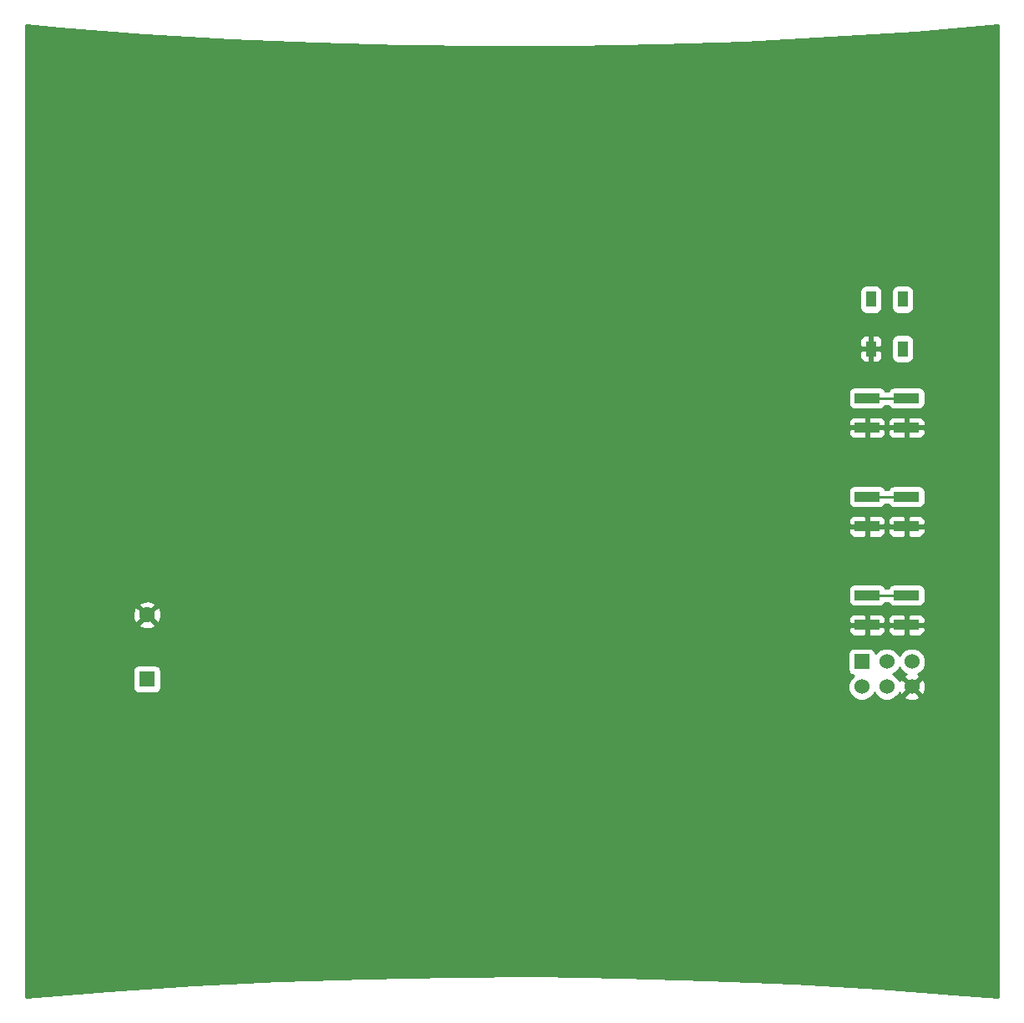
<source format=gtl>
G04 #@! TF.GenerationSoftware,KiCad,Pcbnew,5.0.0*
G04 #@! TF.CreationDate,2018-09-20T15:59:47+02:00*
G04 #@! TF.ProjectId,adri,616472692E6B696361645F7063620000,rev?*
G04 #@! TF.SameCoordinates,Original*
G04 #@! TF.FileFunction,Copper,L1,Top,Signal*
G04 #@! TF.FilePolarity,Positive*
%FSLAX46Y46*%
G04 Gerber Fmt 4.6, Leading zero omitted, Abs format (unit mm)*
G04 Created by KiCad (PCBNEW 5.0.0) date Thu Sep 20 15:59:47 2018*
%MOMM*%
%LPD*%
G01*
G04 APERTURE LIST*
G04 #@! TA.AperFunction,ComponentPad*
%ADD10C,1.600000*%
G04 #@! TD*
G04 #@! TA.AperFunction,ComponentPad*
%ADD11R,1.600000X1.600000*%
G04 #@! TD*
G04 #@! TA.AperFunction,SMDPad,CuDef*
%ADD12R,1.000000X1.600000*%
G04 #@! TD*
G04 #@! TA.AperFunction,ComponentPad*
%ADD13R,1.524000X1.524000*%
G04 #@! TD*
G04 #@! TA.AperFunction,ComponentPad*
%ADD14C,1.524000*%
G04 #@! TD*
G04 #@! TA.AperFunction,SMDPad,CuDef*
%ADD15R,2.500000X1.000000*%
G04 #@! TD*
G04 #@! TA.AperFunction,ViaPad*
%ADD16C,4.000000*%
G04 #@! TD*
G04 #@! TA.AperFunction,ViaPad*
%ADD17C,0.800000*%
G04 #@! TD*
G04 #@! TA.AperFunction,Conductor*
%ADD18C,0.250000*%
G04 #@! TD*
G04 #@! TA.AperFunction,Conductor*
%ADD19C,0.254000*%
G04 #@! TD*
G04 APERTURE END LIST*
D10*
G04 #@! TO.P,BZ1,2*
G04 #@! TO.N,GND*
X103000000Y-110500000D03*
D11*
G04 #@! TO.P,BZ1,1*
G04 #@! TO.N,Net-(BZ1-Pad1)*
X103000000Y-117000000D03*
G04 #@! TD*
D12*
G04 #@! TO.P,D1,1*
G04 #@! TO.N,+BATT*
X179600000Y-78500000D03*
G04 #@! TO.P,D1,2*
G04 #@! TO.N,Net-(D1-Pad2)*
X176400000Y-78500000D03*
G04 #@! TO.P,D1,4*
G04 #@! TO.N,Net-(D1-Pad4)*
X179600000Y-83500000D03*
G04 #@! TO.P,D1,3*
G04 #@! TO.N,GND*
X176400000Y-83500000D03*
G04 #@! TD*
D13*
G04 #@! TO.P,J1,1*
G04 #@! TO.N,Net-(J1-Pad1)*
X175460000Y-115230000D03*
D14*
G04 #@! TO.P,J1,2*
G04 #@! TO.N,+BATT*
X175460000Y-117770000D03*
G04 #@! TO.P,J1,3*
G04 #@! TO.N,Net-(D1-Pad4)*
X178000000Y-115230000D03*
G04 #@! TO.P,J1,4*
G04 #@! TO.N,Net-(J1-Pad4)*
X178000000Y-117770000D03*
G04 #@! TO.P,J1,5*
G04 #@! TO.N,Net-(J1-Pad5)*
X180540000Y-115230000D03*
G04 #@! TO.P,J1,6*
G04 #@! TO.N,GND*
X180540000Y-117770000D03*
G04 #@! TD*
D15*
G04 #@! TO.P,SW1,1*
G04 #@! TO.N,GND*
X180000000Y-91500000D03*
X176000000Y-91500000D03*
G04 #@! TO.P,SW1,2*
G04 #@! TO.N,Net-(J1-Pad5)*
X180000000Y-88500000D03*
X176000000Y-88500000D03*
G04 #@! TD*
G04 #@! TO.P,SW2,2*
G04 #@! TO.N,Net-(J2-Pad3)*
X176000000Y-108500000D03*
X180000000Y-108500000D03*
G04 #@! TO.P,SW2,1*
G04 #@! TO.N,GND*
X176000000Y-111500000D03*
X180000000Y-111500000D03*
G04 #@! TD*
G04 #@! TO.P,SW3,1*
G04 #@! TO.N,GND*
X180000000Y-101500000D03*
X176000000Y-101500000D03*
G04 #@! TO.P,SW3,2*
G04 #@! TO.N,Net-(J2-Pad2)*
X180000000Y-98500000D03*
X176000000Y-98500000D03*
G04 #@! TD*
D16*
G04 #@! TO.N,GND*
X185000000Y-145000000D03*
D17*
G04 #@! TO.N,+BATT*
X179600000Y-78500000D03*
G04 #@! TO.N,GND*
X176000000Y-111500000D03*
D16*
X95000000Y-145000000D03*
X95000000Y-55000000D03*
X185000000Y-55000000D03*
D17*
G04 #@! TO.N,Net-(D1-Pad4)*
X179600000Y-83500000D03*
G04 #@! TO.N,Net-(J1-Pad5)*
X180000000Y-88500000D03*
X176000000Y-88500000D03*
G04 #@! TO.N,Net-(J2-Pad2)*
X176000000Y-98500000D03*
G04 #@! TO.N,Net-(J2-Pad3)*
X176000000Y-108500000D03*
G04 #@! TD*
D18*
G04 #@! TO.N,Net-(J1-Pad5)*
X176000000Y-88500000D02*
X180000000Y-88500000D01*
G04 #@! TO.N,Net-(J2-Pad2)*
X176000000Y-98500000D02*
X180000000Y-98500000D01*
G04 #@! TO.N,Net-(J2-Pad3)*
X176000000Y-108500000D02*
X180000000Y-108500000D01*
G04 #@! TD*
D19*
G04 #@! TO.N,GND*
G36*
X189290000Y-149269154D02*
X185859357Y-148972028D01*
X185855358Y-148971713D01*
X185851418Y-148971385D01*
X177201708Y-148319912D01*
X177190581Y-148319162D01*
X168531704Y-147803632D01*
X168520567Y-147803057D01*
X159854668Y-147423599D01*
X159854662Y-147423599D01*
X159843516Y-147423198D01*
X151172719Y-147179905D01*
X151167144Y-147179793D01*
X151161569Y-147179680D01*
X142488020Y-147072612D01*
X142476867Y-147072562D01*
X133802707Y-147101745D01*
X133791556Y-147101870D01*
X125118923Y-147267298D01*
X125107775Y-147267598D01*
X116438811Y-147569229D01*
X116428125Y-147569686D01*
X116427668Y-147569705D01*
X107764518Y-148007464D01*
X107764512Y-148007464D01*
X107753379Y-148008114D01*
X99098167Y-148581895D01*
X99087045Y-148582720D01*
X90710000Y-149270373D01*
X90710000Y-116200000D01*
X101552560Y-116200000D01*
X101552560Y-117800000D01*
X101601843Y-118047765D01*
X101742191Y-118257809D01*
X101952235Y-118398157D01*
X102200000Y-118447440D01*
X103800000Y-118447440D01*
X104047765Y-118398157D01*
X104257809Y-118257809D01*
X104398157Y-118047765D01*
X104447440Y-117800000D01*
X104447440Y-116200000D01*
X104398157Y-115952235D01*
X104257809Y-115742191D01*
X104047765Y-115601843D01*
X103800000Y-115552560D01*
X102200000Y-115552560D01*
X101952235Y-115601843D01*
X101742191Y-115742191D01*
X101601843Y-115952235D01*
X101552560Y-116200000D01*
X90710000Y-116200000D01*
X90710000Y-114468000D01*
X174050560Y-114468000D01*
X174050560Y-115992000D01*
X174099843Y-116239765D01*
X174240191Y-116449809D01*
X174450235Y-116590157D01*
X174628690Y-116625653D01*
X174275680Y-116978663D01*
X174063000Y-117492119D01*
X174063000Y-118047881D01*
X174275680Y-118561337D01*
X174668663Y-118954320D01*
X175182119Y-119167000D01*
X175737881Y-119167000D01*
X176251337Y-118954320D01*
X176644320Y-118561337D01*
X176730000Y-118354487D01*
X176815680Y-118561337D01*
X177208663Y-118954320D01*
X177722119Y-119167000D01*
X178277881Y-119167000D01*
X178791337Y-118954320D01*
X178995444Y-118750213D01*
X179739392Y-118750213D01*
X179808857Y-118992397D01*
X180332302Y-119179144D01*
X180887368Y-119151362D01*
X181271143Y-118992397D01*
X181340608Y-118750213D01*
X180540000Y-117949605D01*
X179739392Y-118750213D01*
X178995444Y-118750213D01*
X179184320Y-118561337D01*
X179263428Y-118370353D01*
X179317603Y-118501143D01*
X179559787Y-118570608D01*
X180360395Y-117770000D01*
X180719605Y-117770000D01*
X181520213Y-118570608D01*
X181762397Y-118501143D01*
X181949144Y-117977698D01*
X181921362Y-117422632D01*
X181762397Y-117038857D01*
X181520213Y-116969392D01*
X180719605Y-117770000D01*
X180360395Y-117770000D01*
X179559787Y-116969392D01*
X179317603Y-117038857D01*
X179267465Y-117179393D01*
X179184320Y-116978663D01*
X178791337Y-116585680D01*
X178584487Y-116500000D01*
X178791337Y-116414320D01*
X179184320Y-116021337D01*
X179270000Y-115814487D01*
X179355680Y-116021337D01*
X179748663Y-116414320D01*
X179939647Y-116493428D01*
X179808857Y-116547603D01*
X179739392Y-116789787D01*
X180540000Y-117590395D01*
X181340608Y-116789787D01*
X181271143Y-116547603D01*
X181130607Y-116497465D01*
X181331337Y-116414320D01*
X181724320Y-116021337D01*
X181937000Y-115507881D01*
X181937000Y-114952119D01*
X181724320Y-114438663D01*
X181331337Y-114045680D01*
X180817881Y-113833000D01*
X180262119Y-113833000D01*
X179748663Y-114045680D01*
X179355680Y-114438663D01*
X179270000Y-114645513D01*
X179184320Y-114438663D01*
X178791337Y-114045680D01*
X178277881Y-113833000D01*
X177722119Y-113833000D01*
X177208663Y-114045680D01*
X176855653Y-114398690D01*
X176820157Y-114220235D01*
X176679809Y-114010191D01*
X176469765Y-113869843D01*
X176222000Y-113820560D01*
X174698000Y-113820560D01*
X174450235Y-113869843D01*
X174240191Y-114010191D01*
X174099843Y-114220235D01*
X174050560Y-114468000D01*
X90710000Y-114468000D01*
X90710000Y-111507745D01*
X102171861Y-111507745D01*
X102245995Y-111753864D01*
X102783223Y-111946965D01*
X103353454Y-111919778D01*
X103677025Y-111785750D01*
X174115000Y-111785750D01*
X174115000Y-112126310D01*
X174211673Y-112359699D01*
X174390302Y-112538327D01*
X174623691Y-112635000D01*
X175714250Y-112635000D01*
X175873000Y-112476250D01*
X175873000Y-111627000D01*
X176127000Y-111627000D01*
X176127000Y-112476250D01*
X176285750Y-112635000D01*
X177376309Y-112635000D01*
X177609698Y-112538327D01*
X177788327Y-112359699D01*
X177885000Y-112126310D01*
X177885000Y-111785750D01*
X178115000Y-111785750D01*
X178115000Y-112126310D01*
X178211673Y-112359699D01*
X178390302Y-112538327D01*
X178623691Y-112635000D01*
X179714250Y-112635000D01*
X179873000Y-112476250D01*
X179873000Y-111627000D01*
X180127000Y-111627000D01*
X180127000Y-112476250D01*
X180285750Y-112635000D01*
X181376309Y-112635000D01*
X181609698Y-112538327D01*
X181788327Y-112359699D01*
X181885000Y-112126310D01*
X181885000Y-111785750D01*
X181726250Y-111627000D01*
X180127000Y-111627000D01*
X179873000Y-111627000D01*
X178273750Y-111627000D01*
X178115000Y-111785750D01*
X177885000Y-111785750D01*
X177726250Y-111627000D01*
X176127000Y-111627000D01*
X175873000Y-111627000D01*
X174273750Y-111627000D01*
X174115000Y-111785750D01*
X103677025Y-111785750D01*
X103754005Y-111753864D01*
X103828139Y-111507745D01*
X103000000Y-110679605D01*
X102171861Y-111507745D01*
X90710000Y-111507745D01*
X90710000Y-110283223D01*
X101553035Y-110283223D01*
X101580222Y-110853454D01*
X101746136Y-111254005D01*
X101992255Y-111328139D01*
X102820395Y-110500000D01*
X103179605Y-110500000D01*
X104007745Y-111328139D01*
X104253864Y-111254005D01*
X104390564Y-110873690D01*
X174115000Y-110873690D01*
X174115000Y-111214250D01*
X174273750Y-111373000D01*
X175873000Y-111373000D01*
X175873000Y-110523750D01*
X176127000Y-110523750D01*
X176127000Y-111373000D01*
X177726250Y-111373000D01*
X177885000Y-111214250D01*
X177885000Y-110873690D01*
X178115000Y-110873690D01*
X178115000Y-111214250D01*
X178273750Y-111373000D01*
X179873000Y-111373000D01*
X179873000Y-110523750D01*
X180127000Y-110523750D01*
X180127000Y-111373000D01*
X181726250Y-111373000D01*
X181885000Y-111214250D01*
X181885000Y-110873690D01*
X181788327Y-110640301D01*
X181609698Y-110461673D01*
X181376309Y-110365000D01*
X180285750Y-110365000D01*
X180127000Y-110523750D01*
X179873000Y-110523750D01*
X179714250Y-110365000D01*
X178623691Y-110365000D01*
X178390302Y-110461673D01*
X178211673Y-110640301D01*
X178115000Y-110873690D01*
X177885000Y-110873690D01*
X177788327Y-110640301D01*
X177609698Y-110461673D01*
X177376309Y-110365000D01*
X176285750Y-110365000D01*
X176127000Y-110523750D01*
X175873000Y-110523750D01*
X175714250Y-110365000D01*
X174623691Y-110365000D01*
X174390302Y-110461673D01*
X174211673Y-110640301D01*
X174115000Y-110873690D01*
X104390564Y-110873690D01*
X104446965Y-110716777D01*
X104419778Y-110146546D01*
X104253864Y-109745995D01*
X104007745Y-109671861D01*
X103179605Y-110500000D01*
X102820395Y-110500000D01*
X101992255Y-109671861D01*
X101746136Y-109745995D01*
X101553035Y-110283223D01*
X90710000Y-110283223D01*
X90710000Y-109492255D01*
X102171861Y-109492255D01*
X103000000Y-110320395D01*
X103828139Y-109492255D01*
X103754005Y-109246136D01*
X103216777Y-109053035D01*
X102646546Y-109080222D01*
X102245995Y-109246136D01*
X102171861Y-109492255D01*
X90710000Y-109492255D01*
X90710000Y-108000000D01*
X174102560Y-108000000D01*
X174102560Y-109000000D01*
X174151843Y-109247765D01*
X174292191Y-109457809D01*
X174502235Y-109598157D01*
X174750000Y-109647440D01*
X177250000Y-109647440D01*
X177497765Y-109598157D01*
X177707809Y-109457809D01*
X177839982Y-109260000D01*
X178160018Y-109260000D01*
X178292191Y-109457809D01*
X178502235Y-109598157D01*
X178750000Y-109647440D01*
X181250000Y-109647440D01*
X181497765Y-109598157D01*
X181707809Y-109457809D01*
X181848157Y-109247765D01*
X181897440Y-109000000D01*
X181897440Y-108000000D01*
X181848157Y-107752235D01*
X181707809Y-107542191D01*
X181497765Y-107401843D01*
X181250000Y-107352560D01*
X178750000Y-107352560D01*
X178502235Y-107401843D01*
X178292191Y-107542191D01*
X178160018Y-107740000D01*
X177839982Y-107740000D01*
X177707809Y-107542191D01*
X177497765Y-107401843D01*
X177250000Y-107352560D01*
X174750000Y-107352560D01*
X174502235Y-107401843D01*
X174292191Y-107542191D01*
X174151843Y-107752235D01*
X174102560Y-108000000D01*
X90710000Y-108000000D01*
X90710000Y-101785750D01*
X174115000Y-101785750D01*
X174115000Y-102126310D01*
X174211673Y-102359699D01*
X174390302Y-102538327D01*
X174623691Y-102635000D01*
X175714250Y-102635000D01*
X175873000Y-102476250D01*
X175873000Y-101627000D01*
X176127000Y-101627000D01*
X176127000Y-102476250D01*
X176285750Y-102635000D01*
X177376309Y-102635000D01*
X177609698Y-102538327D01*
X177788327Y-102359699D01*
X177885000Y-102126310D01*
X177885000Y-101785750D01*
X178115000Y-101785750D01*
X178115000Y-102126310D01*
X178211673Y-102359699D01*
X178390302Y-102538327D01*
X178623691Y-102635000D01*
X179714250Y-102635000D01*
X179873000Y-102476250D01*
X179873000Y-101627000D01*
X180127000Y-101627000D01*
X180127000Y-102476250D01*
X180285750Y-102635000D01*
X181376309Y-102635000D01*
X181609698Y-102538327D01*
X181788327Y-102359699D01*
X181885000Y-102126310D01*
X181885000Y-101785750D01*
X181726250Y-101627000D01*
X180127000Y-101627000D01*
X179873000Y-101627000D01*
X178273750Y-101627000D01*
X178115000Y-101785750D01*
X177885000Y-101785750D01*
X177726250Y-101627000D01*
X176127000Y-101627000D01*
X175873000Y-101627000D01*
X174273750Y-101627000D01*
X174115000Y-101785750D01*
X90710000Y-101785750D01*
X90710000Y-100873690D01*
X174115000Y-100873690D01*
X174115000Y-101214250D01*
X174273750Y-101373000D01*
X175873000Y-101373000D01*
X175873000Y-100523750D01*
X176127000Y-100523750D01*
X176127000Y-101373000D01*
X177726250Y-101373000D01*
X177885000Y-101214250D01*
X177885000Y-100873690D01*
X178115000Y-100873690D01*
X178115000Y-101214250D01*
X178273750Y-101373000D01*
X179873000Y-101373000D01*
X179873000Y-100523750D01*
X180127000Y-100523750D01*
X180127000Y-101373000D01*
X181726250Y-101373000D01*
X181885000Y-101214250D01*
X181885000Y-100873690D01*
X181788327Y-100640301D01*
X181609698Y-100461673D01*
X181376309Y-100365000D01*
X180285750Y-100365000D01*
X180127000Y-100523750D01*
X179873000Y-100523750D01*
X179714250Y-100365000D01*
X178623691Y-100365000D01*
X178390302Y-100461673D01*
X178211673Y-100640301D01*
X178115000Y-100873690D01*
X177885000Y-100873690D01*
X177788327Y-100640301D01*
X177609698Y-100461673D01*
X177376309Y-100365000D01*
X176285750Y-100365000D01*
X176127000Y-100523750D01*
X175873000Y-100523750D01*
X175714250Y-100365000D01*
X174623691Y-100365000D01*
X174390302Y-100461673D01*
X174211673Y-100640301D01*
X174115000Y-100873690D01*
X90710000Y-100873690D01*
X90710000Y-98000000D01*
X174102560Y-98000000D01*
X174102560Y-99000000D01*
X174151843Y-99247765D01*
X174292191Y-99457809D01*
X174502235Y-99598157D01*
X174750000Y-99647440D01*
X177250000Y-99647440D01*
X177497765Y-99598157D01*
X177707809Y-99457809D01*
X177839982Y-99260000D01*
X178160018Y-99260000D01*
X178292191Y-99457809D01*
X178502235Y-99598157D01*
X178750000Y-99647440D01*
X181250000Y-99647440D01*
X181497765Y-99598157D01*
X181707809Y-99457809D01*
X181848157Y-99247765D01*
X181897440Y-99000000D01*
X181897440Y-98000000D01*
X181848157Y-97752235D01*
X181707809Y-97542191D01*
X181497765Y-97401843D01*
X181250000Y-97352560D01*
X178750000Y-97352560D01*
X178502235Y-97401843D01*
X178292191Y-97542191D01*
X178160018Y-97740000D01*
X177839982Y-97740000D01*
X177707809Y-97542191D01*
X177497765Y-97401843D01*
X177250000Y-97352560D01*
X174750000Y-97352560D01*
X174502235Y-97401843D01*
X174292191Y-97542191D01*
X174151843Y-97752235D01*
X174102560Y-98000000D01*
X90710000Y-98000000D01*
X90710000Y-91785750D01*
X174115000Y-91785750D01*
X174115000Y-92126310D01*
X174211673Y-92359699D01*
X174390302Y-92538327D01*
X174623691Y-92635000D01*
X175714250Y-92635000D01*
X175873000Y-92476250D01*
X175873000Y-91627000D01*
X176127000Y-91627000D01*
X176127000Y-92476250D01*
X176285750Y-92635000D01*
X177376309Y-92635000D01*
X177609698Y-92538327D01*
X177788327Y-92359699D01*
X177885000Y-92126310D01*
X177885000Y-91785750D01*
X178115000Y-91785750D01*
X178115000Y-92126310D01*
X178211673Y-92359699D01*
X178390302Y-92538327D01*
X178623691Y-92635000D01*
X179714250Y-92635000D01*
X179873000Y-92476250D01*
X179873000Y-91627000D01*
X180127000Y-91627000D01*
X180127000Y-92476250D01*
X180285750Y-92635000D01*
X181376309Y-92635000D01*
X181609698Y-92538327D01*
X181788327Y-92359699D01*
X181885000Y-92126310D01*
X181885000Y-91785750D01*
X181726250Y-91627000D01*
X180127000Y-91627000D01*
X179873000Y-91627000D01*
X178273750Y-91627000D01*
X178115000Y-91785750D01*
X177885000Y-91785750D01*
X177726250Y-91627000D01*
X176127000Y-91627000D01*
X175873000Y-91627000D01*
X174273750Y-91627000D01*
X174115000Y-91785750D01*
X90710000Y-91785750D01*
X90710000Y-90873690D01*
X174115000Y-90873690D01*
X174115000Y-91214250D01*
X174273750Y-91373000D01*
X175873000Y-91373000D01*
X175873000Y-90523750D01*
X176127000Y-90523750D01*
X176127000Y-91373000D01*
X177726250Y-91373000D01*
X177885000Y-91214250D01*
X177885000Y-90873690D01*
X178115000Y-90873690D01*
X178115000Y-91214250D01*
X178273750Y-91373000D01*
X179873000Y-91373000D01*
X179873000Y-90523750D01*
X180127000Y-90523750D01*
X180127000Y-91373000D01*
X181726250Y-91373000D01*
X181885000Y-91214250D01*
X181885000Y-90873690D01*
X181788327Y-90640301D01*
X181609698Y-90461673D01*
X181376309Y-90365000D01*
X180285750Y-90365000D01*
X180127000Y-90523750D01*
X179873000Y-90523750D01*
X179714250Y-90365000D01*
X178623691Y-90365000D01*
X178390302Y-90461673D01*
X178211673Y-90640301D01*
X178115000Y-90873690D01*
X177885000Y-90873690D01*
X177788327Y-90640301D01*
X177609698Y-90461673D01*
X177376309Y-90365000D01*
X176285750Y-90365000D01*
X176127000Y-90523750D01*
X175873000Y-90523750D01*
X175714250Y-90365000D01*
X174623691Y-90365000D01*
X174390302Y-90461673D01*
X174211673Y-90640301D01*
X174115000Y-90873690D01*
X90710000Y-90873690D01*
X90710000Y-88000000D01*
X174102560Y-88000000D01*
X174102560Y-89000000D01*
X174151843Y-89247765D01*
X174292191Y-89457809D01*
X174502235Y-89598157D01*
X174750000Y-89647440D01*
X177250000Y-89647440D01*
X177497765Y-89598157D01*
X177707809Y-89457809D01*
X177839982Y-89260000D01*
X178160018Y-89260000D01*
X178292191Y-89457809D01*
X178502235Y-89598157D01*
X178750000Y-89647440D01*
X181250000Y-89647440D01*
X181497765Y-89598157D01*
X181707809Y-89457809D01*
X181848157Y-89247765D01*
X181897440Y-89000000D01*
X181897440Y-88000000D01*
X181848157Y-87752235D01*
X181707809Y-87542191D01*
X181497765Y-87401843D01*
X181250000Y-87352560D01*
X178750000Y-87352560D01*
X178502235Y-87401843D01*
X178292191Y-87542191D01*
X178160018Y-87740000D01*
X177839982Y-87740000D01*
X177707809Y-87542191D01*
X177497765Y-87401843D01*
X177250000Y-87352560D01*
X174750000Y-87352560D01*
X174502235Y-87401843D01*
X174292191Y-87542191D01*
X174151843Y-87752235D01*
X174102560Y-88000000D01*
X90710000Y-88000000D01*
X90710000Y-83785750D01*
X175265000Y-83785750D01*
X175265000Y-84426309D01*
X175361673Y-84659698D01*
X175540301Y-84838327D01*
X175773690Y-84935000D01*
X176114250Y-84935000D01*
X176273000Y-84776250D01*
X176273000Y-83627000D01*
X176527000Y-83627000D01*
X176527000Y-84776250D01*
X176685750Y-84935000D01*
X177026310Y-84935000D01*
X177259699Y-84838327D01*
X177438327Y-84659698D01*
X177535000Y-84426309D01*
X177535000Y-83785750D01*
X177376250Y-83627000D01*
X176527000Y-83627000D01*
X176273000Y-83627000D01*
X175423750Y-83627000D01*
X175265000Y-83785750D01*
X90710000Y-83785750D01*
X90710000Y-82573691D01*
X175265000Y-82573691D01*
X175265000Y-83214250D01*
X175423750Y-83373000D01*
X176273000Y-83373000D01*
X176273000Y-82223750D01*
X176527000Y-82223750D01*
X176527000Y-83373000D01*
X177376250Y-83373000D01*
X177535000Y-83214250D01*
X177535000Y-82700000D01*
X178452560Y-82700000D01*
X178452560Y-84300000D01*
X178501843Y-84547765D01*
X178642191Y-84757809D01*
X178852235Y-84898157D01*
X179100000Y-84947440D01*
X180100000Y-84947440D01*
X180347765Y-84898157D01*
X180557809Y-84757809D01*
X180698157Y-84547765D01*
X180747440Y-84300000D01*
X180747440Y-82700000D01*
X180698157Y-82452235D01*
X180557809Y-82242191D01*
X180347765Y-82101843D01*
X180100000Y-82052560D01*
X179100000Y-82052560D01*
X178852235Y-82101843D01*
X178642191Y-82242191D01*
X178501843Y-82452235D01*
X178452560Y-82700000D01*
X177535000Y-82700000D01*
X177535000Y-82573691D01*
X177438327Y-82340302D01*
X177259699Y-82161673D01*
X177026310Y-82065000D01*
X176685750Y-82065000D01*
X176527000Y-82223750D01*
X176273000Y-82223750D01*
X176114250Y-82065000D01*
X175773690Y-82065000D01*
X175540301Y-82161673D01*
X175361673Y-82340302D01*
X175265000Y-82573691D01*
X90710000Y-82573691D01*
X90710000Y-77700000D01*
X175252560Y-77700000D01*
X175252560Y-79300000D01*
X175301843Y-79547765D01*
X175442191Y-79757809D01*
X175652235Y-79898157D01*
X175900000Y-79947440D01*
X176900000Y-79947440D01*
X177147765Y-79898157D01*
X177357809Y-79757809D01*
X177498157Y-79547765D01*
X177547440Y-79300000D01*
X177547440Y-77700000D01*
X178452560Y-77700000D01*
X178452560Y-79300000D01*
X178501843Y-79547765D01*
X178642191Y-79757809D01*
X178852235Y-79898157D01*
X179100000Y-79947440D01*
X180100000Y-79947440D01*
X180347765Y-79898157D01*
X180557809Y-79757809D01*
X180698157Y-79547765D01*
X180747440Y-79300000D01*
X180747440Y-77700000D01*
X180698157Y-77452235D01*
X180557809Y-77242191D01*
X180347765Y-77101843D01*
X180100000Y-77052560D01*
X179100000Y-77052560D01*
X178852235Y-77101843D01*
X178642191Y-77242191D01*
X178501843Y-77452235D01*
X178452560Y-77700000D01*
X177547440Y-77700000D01*
X177498157Y-77452235D01*
X177357809Y-77242191D01*
X177147765Y-77101843D01*
X176900000Y-77052560D01*
X175900000Y-77052560D01*
X175652235Y-77101843D01*
X175442191Y-77242191D01*
X175301843Y-77452235D01*
X175252560Y-77700000D01*
X90710000Y-77700000D01*
X90710000Y-50730846D01*
X94140642Y-51027972D01*
X94144659Y-51028288D01*
X94148582Y-51028615D01*
X102798292Y-51680088D01*
X102809419Y-51680838D01*
X111468296Y-52196368D01*
X111479433Y-52196943D01*
X111479439Y-52196943D01*
X120145339Y-52576401D01*
X120156484Y-52576802D01*
X128827281Y-52820095D01*
X128838210Y-52820316D01*
X128838431Y-52820320D01*
X137511980Y-52927388D01*
X137523133Y-52927438D01*
X146197293Y-52898255D01*
X146208445Y-52898130D01*
X154881077Y-52732702D01*
X154892225Y-52732402D01*
X163561189Y-52430772D01*
X163572331Y-52430296D01*
X172235482Y-51992536D01*
X172235488Y-51992536D01*
X172246621Y-51991886D01*
X180901833Y-51418105D01*
X180912955Y-51417280D01*
X189290001Y-50729627D01*
X189290000Y-149269154D01*
X189290000Y-149269154D01*
G37*
X189290000Y-149269154D02*
X185859357Y-148972028D01*
X185855358Y-148971713D01*
X185851418Y-148971385D01*
X177201708Y-148319912D01*
X177190581Y-148319162D01*
X168531704Y-147803632D01*
X168520567Y-147803057D01*
X159854668Y-147423599D01*
X159854662Y-147423599D01*
X159843516Y-147423198D01*
X151172719Y-147179905D01*
X151167144Y-147179793D01*
X151161569Y-147179680D01*
X142488020Y-147072612D01*
X142476867Y-147072562D01*
X133802707Y-147101745D01*
X133791556Y-147101870D01*
X125118923Y-147267298D01*
X125107775Y-147267598D01*
X116438811Y-147569229D01*
X116428125Y-147569686D01*
X116427668Y-147569705D01*
X107764518Y-148007464D01*
X107764512Y-148007464D01*
X107753379Y-148008114D01*
X99098167Y-148581895D01*
X99087045Y-148582720D01*
X90710000Y-149270373D01*
X90710000Y-116200000D01*
X101552560Y-116200000D01*
X101552560Y-117800000D01*
X101601843Y-118047765D01*
X101742191Y-118257809D01*
X101952235Y-118398157D01*
X102200000Y-118447440D01*
X103800000Y-118447440D01*
X104047765Y-118398157D01*
X104257809Y-118257809D01*
X104398157Y-118047765D01*
X104447440Y-117800000D01*
X104447440Y-116200000D01*
X104398157Y-115952235D01*
X104257809Y-115742191D01*
X104047765Y-115601843D01*
X103800000Y-115552560D01*
X102200000Y-115552560D01*
X101952235Y-115601843D01*
X101742191Y-115742191D01*
X101601843Y-115952235D01*
X101552560Y-116200000D01*
X90710000Y-116200000D01*
X90710000Y-114468000D01*
X174050560Y-114468000D01*
X174050560Y-115992000D01*
X174099843Y-116239765D01*
X174240191Y-116449809D01*
X174450235Y-116590157D01*
X174628690Y-116625653D01*
X174275680Y-116978663D01*
X174063000Y-117492119D01*
X174063000Y-118047881D01*
X174275680Y-118561337D01*
X174668663Y-118954320D01*
X175182119Y-119167000D01*
X175737881Y-119167000D01*
X176251337Y-118954320D01*
X176644320Y-118561337D01*
X176730000Y-118354487D01*
X176815680Y-118561337D01*
X177208663Y-118954320D01*
X177722119Y-119167000D01*
X178277881Y-119167000D01*
X178791337Y-118954320D01*
X178995444Y-118750213D01*
X179739392Y-118750213D01*
X179808857Y-118992397D01*
X180332302Y-119179144D01*
X180887368Y-119151362D01*
X181271143Y-118992397D01*
X181340608Y-118750213D01*
X180540000Y-117949605D01*
X179739392Y-118750213D01*
X178995444Y-118750213D01*
X179184320Y-118561337D01*
X179263428Y-118370353D01*
X179317603Y-118501143D01*
X179559787Y-118570608D01*
X180360395Y-117770000D01*
X180719605Y-117770000D01*
X181520213Y-118570608D01*
X181762397Y-118501143D01*
X181949144Y-117977698D01*
X181921362Y-117422632D01*
X181762397Y-117038857D01*
X181520213Y-116969392D01*
X180719605Y-117770000D01*
X180360395Y-117770000D01*
X179559787Y-116969392D01*
X179317603Y-117038857D01*
X179267465Y-117179393D01*
X179184320Y-116978663D01*
X178791337Y-116585680D01*
X178584487Y-116500000D01*
X178791337Y-116414320D01*
X179184320Y-116021337D01*
X179270000Y-115814487D01*
X179355680Y-116021337D01*
X179748663Y-116414320D01*
X179939647Y-116493428D01*
X179808857Y-116547603D01*
X179739392Y-116789787D01*
X180540000Y-117590395D01*
X181340608Y-116789787D01*
X181271143Y-116547603D01*
X181130607Y-116497465D01*
X181331337Y-116414320D01*
X181724320Y-116021337D01*
X181937000Y-115507881D01*
X181937000Y-114952119D01*
X181724320Y-114438663D01*
X181331337Y-114045680D01*
X180817881Y-113833000D01*
X180262119Y-113833000D01*
X179748663Y-114045680D01*
X179355680Y-114438663D01*
X179270000Y-114645513D01*
X179184320Y-114438663D01*
X178791337Y-114045680D01*
X178277881Y-113833000D01*
X177722119Y-113833000D01*
X177208663Y-114045680D01*
X176855653Y-114398690D01*
X176820157Y-114220235D01*
X176679809Y-114010191D01*
X176469765Y-113869843D01*
X176222000Y-113820560D01*
X174698000Y-113820560D01*
X174450235Y-113869843D01*
X174240191Y-114010191D01*
X174099843Y-114220235D01*
X174050560Y-114468000D01*
X90710000Y-114468000D01*
X90710000Y-111507745D01*
X102171861Y-111507745D01*
X102245995Y-111753864D01*
X102783223Y-111946965D01*
X103353454Y-111919778D01*
X103677025Y-111785750D01*
X174115000Y-111785750D01*
X174115000Y-112126310D01*
X174211673Y-112359699D01*
X174390302Y-112538327D01*
X174623691Y-112635000D01*
X175714250Y-112635000D01*
X175873000Y-112476250D01*
X175873000Y-111627000D01*
X176127000Y-111627000D01*
X176127000Y-112476250D01*
X176285750Y-112635000D01*
X177376309Y-112635000D01*
X177609698Y-112538327D01*
X177788327Y-112359699D01*
X177885000Y-112126310D01*
X177885000Y-111785750D01*
X178115000Y-111785750D01*
X178115000Y-112126310D01*
X178211673Y-112359699D01*
X178390302Y-112538327D01*
X178623691Y-112635000D01*
X179714250Y-112635000D01*
X179873000Y-112476250D01*
X179873000Y-111627000D01*
X180127000Y-111627000D01*
X180127000Y-112476250D01*
X180285750Y-112635000D01*
X181376309Y-112635000D01*
X181609698Y-112538327D01*
X181788327Y-112359699D01*
X181885000Y-112126310D01*
X181885000Y-111785750D01*
X181726250Y-111627000D01*
X180127000Y-111627000D01*
X179873000Y-111627000D01*
X178273750Y-111627000D01*
X178115000Y-111785750D01*
X177885000Y-111785750D01*
X177726250Y-111627000D01*
X176127000Y-111627000D01*
X175873000Y-111627000D01*
X174273750Y-111627000D01*
X174115000Y-111785750D01*
X103677025Y-111785750D01*
X103754005Y-111753864D01*
X103828139Y-111507745D01*
X103000000Y-110679605D01*
X102171861Y-111507745D01*
X90710000Y-111507745D01*
X90710000Y-110283223D01*
X101553035Y-110283223D01*
X101580222Y-110853454D01*
X101746136Y-111254005D01*
X101992255Y-111328139D01*
X102820395Y-110500000D01*
X103179605Y-110500000D01*
X104007745Y-111328139D01*
X104253864Y-111254005D01*
X104390564Y-110873690D01*
X174115000Y-110873690D01*
X174115000Y-111214250D01*
X174273750Y-111373000D01*
X175873000Y-111373000D01*
X175873000Y-110523750D01*
X176127000Y-110523750D01*
X176127000Y-111373000D01*
X177726250Y-111373000D01*
X177885000Y-111214250D01*
X177885000Y-110873690D01*
X178115000Y-110873690D01*
X178115000Y-111214250D01*
X178273750Y-111373000D01*
X179873000Y-111373000D01*
X179873000Y-110523750D01*
X180127000Y-110523750D01*
X180127000Y-111373000D01*
X181726250Y-111373000D01*
X181885000Y-111214250D01*
X181885000Y-110873690D01*
X181788327Y-110640301D01*
X181609698Y-110461673D01*
X181376309Y-110365000D01*
X180285750Y-110365000D01*
X180127000Y-110523750D01*
X179873000Y-110523750D01*
X179714250Y-110365000D01*
X178623691Y-110365000D01*
X178390302Y-110461673D01*
X178211673Y-110640301D01*
X178115000Y-110873690D01*
X177885000Y-110873690D01*
X177788327Y-110640301D01*
X177609698Y-110461673D01*
X177376309Y-110365000D01*
X176285750Y-110365000D01*
X176127000Y-110523750D01*
X175873000Y-110523750D01*
X175714250Y-110365000D01*
X174623691Y-110365000D01*
X174390302Y-110461673D01*
X174211673Y-110640301D01*
X174115000Y-110873690D01*
X104390564Y-110873690D01*
X104446965Y-110716777D01*
X104419778Y-110146546D01*
X104253864Y-109745995D01*
X104007745Y-109671861D01*
X103179605Y-110500000D01*
X102820395Y-110500000D01*
X101992255Y-109671861D01*
X101746136Y-109745995D01*
X101553035Y-110283223D01*
X90710000Y-110283223D01*
X90710000Y-109492255D01*
X102171861Y-109492255D01*
X103000000Y-110320395D01*
X103828139Y-109492255D01*
X103754005Y-109246136D01*
X103216777Y-109053035D01*
X102646546Y-109080222D01*
X102245995Y-109246136D01*
X102171861Y-109492255D01*
X90710000Y-109492255D01*
X90710000Y-108000000D01*
X174102560Y-108000000D01*
X174102560Y-109000000D01*
X174151843Y-109247765D01*
X174292191Y-109457809D01*
X174502235Y-109598157D01*
X174750000Y-109647440D01*
X177250000Y-109647440D01*
X177497765Y-109598157D01*
X177707809Y-109457809D01*
X177839982Y-109260000D01*
X178160018Y-109260000D01*
X178292191Y-109457809D01*
X178502235Y-109598157D01*
X178750000Y-109647440D01*
X181250000Y-109647440D01*
X181497765Y-109598157D01*
X181707809Y-109457809D01*
X181848157Y-109247765D01*
X181897440Y-109000000D01*
X181897440Y-108000000D01*
X181848157Y-107752235D01*
X181707809Y-107542191D01*
X181497765Y-107401843D01*
X181250000Y-107352560D01*
X178750000Y-107352560D01*
X178502235Y-107401843D01*
X178292191Y-107542191D01*
X178160018Y-107740000D01*
X177839982Y-107740000D01*
X177707809Y-107542191D01*
X177497765Y-107401843D01*
X177250000Y-107352560D01*
X174750000Y-107352560D01*
X174502235Y-107401843D01*
X174292191Y-107542191D01*
X174151843Y-107752235D01*
X174102560Y-108000000D01*
X90710000Y-108000000D01*
X90710000Y-101785750D01*
X174115000Y-101785750D01*
X174115000Y-102126310D01*
X174211673Y-102359699D01*
X174390302Y-102538327D01*
X174623691Y-102635000D01*
X175714250Y-102635000D01*
X175873000Y-102476250D01*
X175873000Y-101627000D01*
X176127000Y-101627000D01*
X176127000Y-102476250D01*
X176285750Y-102635000D01*
X177376309Y-102635000D01*
X177609698Y-102538327D01*
X177788327Y-102359699D01*
X177885000Y-102126310D01*
X177885000Y-101785750D01*
X178115000Y-101785750D01*
X178115000Y-102126310D01*
X178211673Y-102359699D01*
X178390302Y-102538327D01*
X178623691Y-102635000D01*
X179714250Y-102635000D01*
X179873000Y-102476250D01*
X179873000Y-101627000D01*
X180127000Y-101627000D01*
X180127000Y-102476250D01*
X180285750Y-102635000D01*
X181376309Y-102635000D01*
X181609698Y-102538327D01*
X181788327Y-102359699D01*
X181885000Y-102126310D01*
X181885000Y-101785750D01*
X181726250Y-101627000D01*
X180127000Y-101627000D01*
X179873000Y-101627000D01*
X178273750Y-101627000D01*
X178115000Y-101785750D01*
X177885000Y-101785750D01*
X177726250Y-101627000D01*
X176127000Y-101627000D01*
X175873000Y-101627000D01*
X174273750Y-101627000D01*
X174115000Y-101785750D01*
X90710000Y-101785750D01*
X90710000Y-100873690D01*
X174115000Y-100873690D01*
X174115000Y-101214250D01*
X174273750Y-101373000D01*
X175873000Y-101373000D01*
X175873000Y-100523750D01*
X176127000Y-100523750D01*
X176127000Y-101373000D01*
X177726250Y-101373000D01*
X177885000Y-101214250D01*
X177885000Y-100873690D01*
X178115000Y-100873690D01*
X178115000Y-101214250D01*
X178273750Y-101373000D01*
X179873000Y-101373000D01*
X179873000Y-100523750D01*
X180127000Y-100523750D01*
X180127000Y-101373000D01*
X181726250Y-101373000D01*
X181885000Y-101214250D01*
X181885000Y-100873690D01*
X181788327Y-100640301D01*
X181609698Y-100461673D01*
X181376309Y-100365000D01*
X180285750Y-100365000D01*
X180127000Y-100523750D01*
X179873000Y-100523750D01*
X179714250Y-100365000D01*
X178623691Y-100365000D01*
X178390302Y-100461673D01*
X178211673Y-100640301D01*
X178115000Y-100873690D01*
X177885000Y-100873690D01*
X177788327Y-100640301D01*
X177609698Y-100461673D01*
X177376309Y-100365000D01*
X176285750Y-100365000D01*
X176127000Y-100523750D01*
X175873000Y-100523750D01*
X175714250Y-100365000D01*
X174623691Y-100365000D01*
X174390302Y-100461673D01*
X174211673Y-100640301D01*
X174115000Y-100873690D01*
X90710000Y-100873690D01*
X90710000Y-98000000D01*
X174102560Y-98000000D01*
X174102560Y-99000000D01*
X174151843Y-99247765D01*
X174292191Y-99457809D01*
X174502235Y-99598157D01*
X174750000Y-99647440D01*
X177250000Y-99647440D01*
X177497765Y-99598157D01*
X177707809Y-99457809D01*
X177839982Y-99260000D01*
X178160018Y-99260000D01*
X178292191Y-99457809D01*
X178502235Y-99598157D01*
X178750000Y-99647440D01*
X181250000Y-99647440D01*
X181497765Y-99598157D01*
X181707809Y-99457809D01*
X181848157Y-99247765D01*
X181897440Y-99000000D01*
X181897440Y-98000000D01*
X181848157Y-97752235D01*
X181707809Y-97542191D01*
X181497765Y-97401843D01*
X181250000Y-97352560D01*
X178750000Y-97352560D01*
X178502235Y-97401843D01*
X178292191Y-97542191D01*
X178160018Y-97740000D01*
X177839982Y-97740000D01*
X177707809Y-97542191D01*
X177497765Y-97401843D01*
X177250000Y-97352560D01*
X174750000Y-97352560D01*
X174502235Y-97401843D01*
X174292191Y-97542191D01*
X174151843Y-97752235D01*
X174102560Y-98000000D01*
X90710000Y-98000000D01*
X90710000Y-91785750D01*
X174115000Y-91785750D01*
X174115000Y-92126310D01*
X174211673Y-92359699D01*
X174390302Y-92538327D01*
X174623691Y-92635000D01*
X175714250Y-92635000D01*
X175873000Y-92476250D01*
X175873000Y-91627000D01*
X176127000Y-91627000D01*
X176127000Y-92476250D01*
X176285750Y-92635000D01*
X177376309Y-92635000D01*
X177609698Y-92538327D01*
X177788327Y-92359699D01*
X177885000Y-92126310D01*
X177885000Y-91785750D01*
X178115000Y-91785750D01*
X178115000Y-92126310D01*
X178211673Y-92359699D01*
X178390302Y-92538327D01*
X178623691Y-92635000D01*
X179714250Y-92635000D01*
X179873000Y-92476250D01*
X179873000Y-91627000D01*
X180127000Y-91627000D01*
X180127000Y-92476250D01*
X180285750Y-92635000D01*
X181376309Y-92635000D01*
X181609698Y-92538327D01*
X181788327Y-92359699D01*
X181885000Y-92126310D01*
X181885000Y-91785750D01*
X181726250Y-91627000D01*
X180127000Y-91627000D01*
X179873000Y-91627000D01*
X178273750Y-91627000D01*
X178115000Y-91785750D01*
X177885000Y-91785750D01*
X177726250Y-91627000D01*
X176127000Y-91627000D01*
X175873000Y-91627000D01*
X174273750Y-91627000D01*
X174115000Y-91785750D01*
X90710000Y-91785750D01*
X90710000Y-90873690D01*
X174115000Y-90873690D01*
X174115000Y-91214250D01*
X174273750Y-91373000D01*
X175873000Y-91373000D01*
X175873000Y-90523750D01*
X176127000Y-90523750D01*
X176127000Y-91373000D01*
X177726250Y-91373000D01*
X177885000Y-91214250D01*
X177885000Y-90873690D01*
X178115000Y-90873690D01*
X178115000Y-91214250D01*
X178273750Y-91373000D01*
X179873000Y-91373000D01*
X179873000Y-90523750D01*
X180127000Y-90523750D01*
X180127000Y-91373000D01*
X181726250Y-91373000D01*
X181885000Y-91214250D01*
X181885000Y-90873690D01*
X181788327Y-90640301D01*
X181609698Y-90461673D01*
X181376309Y-90365000D01*
X180285750Y-90365000D01*
X180127000Y-90523750D01*
X179873000Y-90523750D01*
X179714250Y-90365000D01*
X178623691Y-90365000D01*
X178390302Y-90461673D01*
X178211673Y-90640301D01*
X178115000Y-90873690D01*
X177885000Y-90873690D01*
X177788327Y-90640301D01*
X177609698Y-90461673D01*
X177376309Y-90365000D01*
X176285750Y-90365000D01*
X176127000Y-90523750D01*
X175873000Y-90523750D01*
X175714250Y-90365000D01*
X174623691Y-90365000D01*
X174390302Y-90461673D01*
X174211673Y-90640301D01*
X174115000Y-90873690D01*
X90710000Y-90873690D01*
X90710000Y-88000000D01*
X174102560Y-88000000D01*
X174102560Y-89000000D01*
X174151843Y-89247765D01*
X174292191Y-89457809D01*
X174502235Y-89598157D01*
X174750000Y-89647440D01*
X177250000Y-89647440D01*
X177497765Y-89598157D01*
X177707809Y-89457809D01*
X177839982Y-89260000D01*
X178160018Y-89260000D01*
X178292191Y-89457809D01*
X178502235Y-89598157D01*
X178750000Y-89647440D01*
X181250000Y-89647440D01*
X181497765Y-89598157D01*
X181707809Y-89457809D01*
X181848157Y-89247765D01*
X181897440Y-89000000D01*
X181897440Y-88000000D01*
X181848157Y-87752235D01*
X181707809Y-87542191D01*
X181497765Y-87401843D01*
X181250000Y-87352560D01*
X178750000Y-87352560D01*
X178502235Y-87401843D01*
X178292191Y-87542191D01*
X178160018Y-87740000D01*
X177839982Y-87740000D01*
X177707809Y-87542191D01*
X177497765Y-87401843D01*
X177250000Y-87352560D01*
X174750000Y-87352560D01*
X174502235Y-87401843D01*
X174292191Y-87542191D01*
X174151843Y-87752235D01*
X174102560Y-88000000D01*
X90710000Y-88000000D01*
X90710000Y-83785750D01*
X175265000Y-83785750D01*
X175265000Y-84426309D01*
X175361673Y-84659698D01*
X175540301Y-84838327D01*
X175773690Y-84935000D01*
X176114250Y-84935000D01*
X176273000Y-84776250D01*
X176273000Y-83627000D01*
X176527000Y-83627000D01*
X176527000Y-84776250D01*
X176685750Y-84935000D01*
X177026310Y-84935000D01*
X177259699Y-84838327D01*
X177438327Y-84659698D01*
X177535000Y-84426309D01*
X177535000Y-83785750D01*
X177376250Y-83627000D01*
X176527000Y-83627000D01*
X176273000Y-83627000D01*
X175423750Y-83627000D01*
X175265000Y-83785750D01*
X90710000Y-83785750D01*
X90710000Y-82573691D01*
X175265000Y-82573691D01*
X175265000Y-83214250D01*
X175423750Y-83373000D01*
X176273000Y-83373000D01*
X176273000Y-82223750D01*
X176527000Y-82223750D01*
X176527000Y-83373000D01*
X177376250Y-83373000D01*
X177535000Y-83214250D01*
X177535000Y-82700000D01*
X178452560Y-82700000D01*
X178452560Y-84300000D01*
X178501843Y-84547765D01*
X178642191Y-84757809D01*
X178852235Y-84898157D01*
X179100000Y-84947440D01*
X180100000Y-84947440D01*
X180347765Y-84898157D01*
X180557809Y-84757809D01*
X180698157Y-84547765D01*
X180747440Y-84300000D01*
X180747440Y-82700000D01*
X180698157Y-82452235D01*
X180557809Y-82242191D01*
X180347765Y-82101843D01*
X180100000Y-82052560D01*
X179100000Y-82052560D01*
X178852235Y-82101843D01*
X178642191Y-82242191D01*
X178501843Y-82452235D01*
X178452560Y-82700000D01*
X177535000Y-82700000D01*
X177535000Y-82573691D01*
X177438327Y-82340302D01*
X177259699Y-82161673D01*
X177026310Y-82065000D01*
X176685750Y-82065000D01*
X176527000Y-82223750D01*
X176273000Y-82223750D01*
X176114250Y-82065000D01*
X175773690Y-82065000D01*
X175540301Y-82161673D01*
X175361673Y-82340302D01*
X175265000Y-82573691D01*
X90710000Y-82573691D01*
X90710000Y-77700000D01*
X175252560Y-77700000D01*
X175252560Y-79300000D01*
X175301843Y-79547765D01*
X175442191Y-79757809D01*
X175652235Y-79898157D01*
X175900000Y-79947440D01*
X176900000Y-79947440D01*
X177147765Y-79898157D01*
X177357809Y-79757809D01*
X177498157Y-79547765D01*
X177547440Y-79300000D01*
X177547440Y-77700000D01*
X178452560Y-77700000D01*
X178452560Y-79300000D01*
X178501843Y-79547765D01*
X178642191Y-79757809D01*
X178852235Y-79898157D01*
X179100000Y-79947440D01*
X180100000Y-79947440D01*
X180347765Y-79898157D01*
X180557809Y-79757809D01*
X180698157Y-79547765D01*
X180747440Y-79300000D01*
X180747440Y-77700000D01*
X180698157Y-77452235D01*
X180557809Y-77242191D01*
X180347765Y-77101843D01*
X180100000Y-77052560D01*
X179100000Y-77052560D01*
X178852235Y-77101843D01*
X178642191Y-77242191D01*
X178501843Y-77452235D01*
X178452560Y-77700000D01*
X177547440Y-77700000D01*
X177498157Y-77452235D01*
X177357809Y-77242191D01*
X177147765Y-77101843D01*
X176900000Y-77052560D01*
X175900000Y-77052560D01*
X175652235Y-77101843D01*
X175442191Y-77242191D01*
X175301843Y-77452235D01*
X175252560Y-77700000D01*
X90710000Y-77700000D01*
X90710000Y-50730846D01*
X94140642Y-51027972D01*
X94144659Y-51028288D01*
X94148582Y-51028615D01*
X102798292Y-51680088D01*
X102809419Y-51680838D01*
X111468296Y-52196368D01*
X111479433Y-52196943D01*
X111479439Y-52196943D01*
X120145339Y-52576401D01*
X120156484Y-52576802D01*
X128827281Y-52820095D01*
X128838210Y-52820316D01*
X128838431Y-52820320D01*
X137511980Y-52927388D01*
X137523133Y-52927438D01*
X146197293Y-52898255D01*
X146208445Y-52898130D01*
X154881077Y-52732702D01*
X154892225Y-52732402D01*
X163561189Y-52430772D01*
X163572331Y-52430296D01*
X172235482Y-51992536D01*
X172235488Y-51992536D01*
X172246621Y-51991886D01*
X180901833Y-51418105D01*
X180912955Y-51417280D01*
X189290001Y-50729627D01*
X189290000Y-149269154D01*
G04 #@! TD*
M02*

</source>
